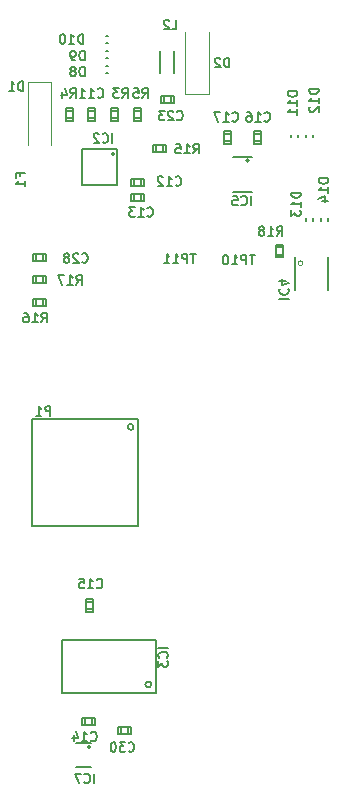
<source format=gbr>
G04 #@! TF.GenerationSoftware,KiCad,Pcbnew,5.1.8+dfsg1-1~bpo10+1*
G04 #@! TF.CreationDate,2021-01-14T22:26:34+01:00*
G04 #@! TF.ProjectId,_autosave-easyhive,5f617574-6f73-4617-9665-2d6561737968,rev?*
G04 #@! TF.SameCoordinates,Original*
G04 #@! TF.FileFunction,Legend,Bot*
G04 #@! TF.FilePolarity,Positive*
%FSLAX46Y46*%
G04 Gerber Fmt 4.6, Leading zero omitted, Abs format (unit mm)*
G04 Created by KiCad (PCBNEW 5.1.8+dfsg1-1~bpo10+1) date 2021-01-14 22:26:34*
%MOMM*%
%LPD*%
G01*
G04 APERTURE LIST*
%ADD10C,0.120000*%
%ADD11C,0.150000*%
%ADD12C,0.127000*%
%ADD13C,0.203200*%
%ADD14C,0.100000*%
%ADD15C,0.152400*%
G04 APERTURE END LIST*
D10*
X136351100Y-75625400D02*
X138351100Y-75625400D01*
X138351100Y-75625400D02*
X138351100Y-80908600D01*
X136351100Y-75625400D02*
X136351100Y-80908600D01*
X151686100Y-76666800D02*
X149686100Y-76666800D01*
X149686100Y-76666800D02*
X149686100Y-71383600D01*
X151686100Y-76666800D02*
X151686100Y-71383600D01*
D11*
X141673774Y-131929008D02*
G75*
G03*
X141673774Y-131929008I-125000J0D01*
G01*
X141740000Y-131603000D02*
X140440000Y-131603000D01*
X140440000Y-133603000D02*
X141740000Y-133603000D01*
X155078300Y-82280200D02*
G75*
G03*
X155078300Y-82280200I-125000J0D01*
G01*
D12*
X153696100Y-84948600D02*
X155296100Y-84948600D01*
X155296100Y-81948600D02*
X153696100Y-81948600D01*
D11*
X145310800Y-104814200D02*
G75*
G03*
X145310800Y-104814200I-250000J0D01*
G01*
D12*
X136700000Y-104175000D02*
X136700000Y-113175000D01*
X136700000Y-113175000D02*
X145700000Y-113175000D01*
X145700000Y-113175000D02*
X145700000Y-104175000D01*
X145700000Y-104175000D02*
X136700000Y-104175000D01*
X157930000Y-89370000D02*
X157330000Y-89370000D01*
X157930000Y-90470000D02*
X157330000Y-90470000D01*
X157330000Y-89370000D02*
X157330000Y-89620000D01*
X157330000Y-89620000D02*
X157330000Y-90220000D01*
X157330000Y-90220000D02*
X157330000Y-90470000D01*
X157930000Y-89370000D02*
X157930000Y-89620000D01*
X157930000Y-89620000D02*
X157930000Y-90220000D01*
X157930000Y-90220000D02*
X157930000Y-90470000D01*
X157930000Y-89620000D02*
X157330000Y-89620000D01*
X157930000Y-90220000D02*
X157330000Y-90220000D01*
X136801100Y-92038600D02*
X136801100Y-92638600D01*
X137901100Y-92038600D02*
X137901100Y-92638600D01*
X136801100Y-92638600D02*
X137051100Y-92638600D01*
X137051100Y-92638600D02*
X137651100Y-92638600D01*
X137651100Y-92638600D02*
X137901100Y-92638600D01*
X136801100Y-92038600D02*
X137051100Y-92038600D01*
X137051100Y-92038600D02*
X137651100Y-92038600D01*
X137651100Y-92038600D02*
X137901100Y-92038600D01*
X137051100Y-92038600D02*
X137051100Y-92638600D01*
X137651100Y-92038600D02*
X137651100Y-92638600D01*
X137901100Y-94543600D02*
X137901100Y-93943600D01*
X136801100Y-94543600D02*
X136801100Y-93943600D01*
X137901100Y-93943600D02*
X137651100Y-93943600D01*
X137651100Y-93943600D02*
X137051100Y-93943600D01*
X137051100Y-93943600D02*
X136801100Y-93943600D01*
X137901100Y-94543600D02*
X137651100Y-94543600D01*
X137651100Y-94543600D02*
X137051100Y-94543600D01*
X137051100Y-94543600D02*
X136801100Y-94543600D01*
X137651100Y-94543600D02*
X137651100Y-93943600D01*
X137051100Y-94543600D02*
X137051100Y-93943600D01*
X148061100Y-81526100D02*
X148061100Y-80926100D01*
X146961100Y-81526100D02*
X146961100Y-80926100D01*
X148061100Y-80926100D02*
X147811100Y-80926100D01*
X147811100Y-80926100D02*
X147211100Y-80926100D01*
X147211100Y-80926100D02*
X146961100Y-80926100D01*
X148061100Y-81526100D02*
X147811100Y-81526100D01*
X147811100Y-81526100D02*
X147211100Y-81526100D01*
X147211100Y-81526100D02*
X146961100Y-81526100D01*
X147811100Y-81526100D02*
X147811100Y-80926100D01*
X147211100Y-81526100D02*
X147211100Y-80926100D01*
X145906100Y-77818600D02*
X145306100Y-77818600D01*
X145906100Y-78918600D02*
X145306100Y-78918600D01*
X145306100Y-77818600D02*
X145306100Y-78068600D01*
X145306100Y-78068600D02*
X145306100Y-78668600D01*
X145306100Y-78668600D02*
X145306100Y-78918600D01*
X145906100Y-77818600D02*
X145906100Y-78068600D01*
X145906100Y-78068600D02*
X145906100Y-78668600D01*
X145906100Y-78668600D02*
X145906100Y-78918600D01*
X145906100Y-78068600D02*
X145306100Y-78068600D01*
X145906100Y-78668600D02*
X145306100Y-78668600D01*
X140191100Y-77818600D02*
X139591100Y-77818600D01*
X140191100Y-78918600D02*
X139591100Y-78918600D01*
X139591100Y-77818600D02*
X139591100Y-78068600D01*
X139591100Y-78068600D02*
X139591100Y-78668600D01*
X139591100Y-78668600D02*
X139591100Y-78918600D01*
X140191100Y-77818600D02*
X140191100Y-78068600D01*
X140191100Y-78068600D02*
X140191100Y-78668600D01*
X140191100Y-78668600D02*
X140191100Y-78918600D01*
X140191100Y-78068600D02*
X139591100Y-78068600D01*
X140191100Y-78668600D02*
X139591100Y-78668600D01*
X144001100Y-77818600D02*
X143401100Y-77818600D01*
X144001100Y-78918600D02*
X143401100Y-78918600D01*
X143401100Y-77818600D02*
X143401100Y-78068600D01*
X143401100Y-78068600D02*
X143401100Y-78668600D01*
X143401100Y-78668600D02*
X143401100Y-78918600D01*
X144001100Y-77818600D02*
X144001100Y-78068600D01*
X144001100Y-78068600D02*
X144001100Y-78668600D01*
X144001100Y-78668600D02*
X144001100Y-78918600D01*
X144001100Y-78068600D02*
X143401100Y-78068600D01*
X144001100Y-78668600D02*
X143401100Y-78668600D01*
D13*
X148746100Y-73023600D02*
X148746100Y-74823600D01*
X147546100Y-74823600D02*
X147546100Y-73023600D01*
X161800000Y-90450000D02*
X161800000Y-93250000D01*
X158950000Y-93250000D02*
X158950000Y-90450000D01*
D14*
X159650000Y-90950000D02*
G75*
G03*
X159650000Y-90950000I-200000J0D01*
G01*
D12*
X147205000Y-122866000D02*
X139255000Y-122866000D01*
X139255000Y-122866000D02*
X139255000Y-127366000D01*
X139255000Y-127366000D02*
X147205000Y-127366000D01*
X147205000Y-127366000D02*
X147205000Y-122866000D01*
X146805000Y-126616000D02*
G75*
G03*
X146805000Y-126616000I-250000J0D01*
G01*
D15*
X143931100Y-81313600D02*
X140931100Y-81313600D01*
X140931100Y-81313600D02*
X140931100Y-84313600D01*
X140931100Y-84313600D02*
X143931100Y-84313600D01*
X143931100Y-84313600D02*
X143931100Y-81313600D01*
X143681100Y-81688600D02*
G75*
G03*
X143681100Y-81688600I-125000J0D01*
G01*
D12*
X161781100Y-87358600D02*
X161781100Y-87158600D01*
X161181100Y-87358600D02*
X161181100Y-87158600D01*
X160511100Y-87358600D02*
X160511100Y-87158600D01*
X159911100Y-87358600D02*
X159911100Y-87158600D01*
X159911100Y-80108600D02*
X159911100Y-80308600D01*
X160511100Y-80108600D02*
X160511100Y-80308600D01*
X158641100Y-80108600D02*
X158641100Y-80308600D01*
X159241100Y-80108600D02*
X159241100Y-80308600D01*
X142966100Y-72318600D02*
X143166100Y-72318600D01*
X142966100Y-71718600D02*
X143166100Y-71718600D01*
X142966100Y-73588600D02*
X143166100Y-73588600D01*
X142966100Y-72988600D02*
X143166100Y-72988600D01*
X142966100Y-74858600D02*
X143166100Y-74858600D01*
X142966100Y-74258600D02*
X143166100Y-74258600D01*
X145068000Y-130856000D02*
X145068000Y-130256000D01*
X143968000Y-130856000D02*
X143968000Y-130256000D01*
X145068000Y-130256000D02*
X144818000Y-130256000D01*
X144818000Y-130256000D02*
X144218000Y-130256000D01*
X144218000Y-130256000D02*
X143968000Y-130256000D01*
X145068000Y-130856000D02*
X144818000Y-130856000D01*
X144818000Y-130856000D02*
X144218000Y-130856000D01*
X144218000Y-130856000D02*
X143968000Y-130856000D01*
X144818000Y-130856000D02*
X144818000Y-130256000D01*
X144218000Y-130856000D02*
X144218000Y-130256000D01*
X137901100Y-90733600D02*
X137901100Y-90133600D01*
X136801100Y-90733600D02*
X136801100Y-90133600D01*
X137901100Y-90133600D02*
X137651100Y-90133600D01*
X137651100Y-90133600D02*
X137051100Y-90133600D01*
X137051100Y-90133600D02*
X136801100Y-90133600D01*
X137901100Y-90733600D02*
X137651100Y-90733600D01*
X137651100Y-90733600D02*
X137051100Y-90733600D01*
X137051100Y-90733600D02*
X136801100Y-90733600D01*
X137651100Y-90733600D02*
X137651100Y-90133600D01*
X137051100Y-90733600D02*
X137051100Y-90133600D01*
X147596100Y-76798600D02*
X147596100Y-77398600D01*
X148696100Y-76798600D02*
X148696100Y-77398600D01*
X147596100Y-77398600D02*
X147846100Y-77398600D01*
X147846100Y-77398600D02*
X148446100Y-77398600D01*
X148446100Y-77398600D02*
X148696100Y-77398600D01*
X147596100Y-76798600D02*
X147846100Y-76798600D01*
X147846100Y-76798600D02*
X148446100Y-76798600D01*
X148446100Y-76798600D02*
X148696100Y-76798600D01*
X147846100Y-76798600D02*
X147846100Y-77398600D01*
X148446100Y-76798600D02*
X148446100Y-77398600D01*
X152926100Y-80823600D02*
X153526100Y-80823600D01*
X152926100Y-79723600D02*
X153526100Y-79723600D01*
X153526100Y-80823600D02*
X153526100Y-80573600D01*
X153526100Y-80573600D02*
X153526100Y-79973600D01*
X153526100Y-79973600D02*
X153526100Y-79723600D01*
X152926100Y-80823600D02*
X152926100Y-80573600D01*
X152926100Y-80573600D02*
X152926100Y-79973600D01*
X152926100Y-79973600D02*
X152926100Y-79723600D01*
X152926100Y-80573600D02*
X153526100Y-80573600D01*
X152926100Y-79973600D02*
X153526100Y-79973600D01*
X155466100Y-80823600D02*
X156066100Y-80823600D01*
X155466100Y-79723600D02*
X156066100Y-79723600D01*
X156066100Y-80823600D02*
X156066100Y-80573600D01*
X156066100Y-80573600D02*
X156066100Y-79973600D01*
X156066100Y-79973600D02*
X156066100Y-79723600D01*
X155466100Y-80823600D02*
X155466100Y-80573600D01*
X155466100Y-80573600D02*
X155466100Y-79973600D01*
X155466100Y-79973600D02*
X155466100Y-79723600D01*
X155466100Y-80573600D02*
X156066100Y-80573600D01*
X155466100Y-79973600D02*
X156066100Y-79973600D01*
X141305000Y-120446000D02*
X141905000Y-120446000D01*
X141305000Y-119346000D02*
X141905000Y-119346000D01*
X141905000Y-120446000D02*
X141905000Y-120196000D01*
X141905000Y-120196000D02*
X141905000Y-119596000D01*
X141905000Y-119596000D02*
X141905000Y-119346000D01*
X141305000Y-120446000D02*
X141305000Y-120196000D01*
X141305000Y-120196000D02*
X141305000Y-119596000D01*
X141305000Y-119596000D02*
X141305000Y-119346000D01*
X141305000Y-120196000D02*
X141905000Y-120196000D01*
X141305000Y-119596000D02*
X141905000Y-119596000D01*
X142045400Y-130043200D02*
X142045400Y-129443200D01*
X140945400Y-130043200D02*
X140945400Y-129443200D01*
X142045400Y-129443200D02*
X141795400Y-129443200D01*
X141795400Y-129443200D02*
X141195400Y-129443200D01*
X141195400Y-129443200D02*
X140945400Y-129443200D01*
X142045400Y-130043200D02*
X141795400Y-130043200D01*
X141795400Y-130043200D02*
X141195400Y-130043200D01*
X141195400Y-130043200D02*
X140945400Y-130043200D01*
X141795400Y-130043200D02*
X141795400Y-129443200D01*
X141195400Y-130043200D02*
X141195400Y-129443200D01*
X145056100Y-85053600D02*
X145056100Y-85653600D01*
X146156100Y-85053600D02*
X146156100Y-85653600D01*
X145056100Y-85653600D02*
X145306100Y-85653600D01*
X145306100Y-85653600D02*
X145906100Y-85653600D01*
X145906100Y-85653600D02*
X146156100Y-85653600D01*
X145056100Y-85053600D02*
X145306100Y-85053600D01*
X145306100Y-85053600D02*
X145906100Y-85053600D01*
X145906100Y-85053600D02*
X146156100Y-85053600D01*
X145306100Y-85053600D02*
X145306100Y-85653600D01*
X145906100Y-85053600D02*
X145906100Y-85653600D01*
X145056100Y-83783600D02*
X145056100Y-84383600D01*
X146156100Y-83783600D02*
X146156100Y-84383600D01*
X145056100Y-84383600D02*
X145306100Y-84383600D01*
X145306100Y-84383600D02*
X145906100Y-84383600D01*
X145906100Y-84383600D02*
X146156100Y-84383600D01*
X145056100Y-83783600D02*
X145306100Y-83783600D01*
X145306100Y-83783600D02*
X145906100Y-83783600D01*
X145906100Y-83783600D02*
X146156100Y-83783600D01*
X145306100Y-83783600D02*
X145306100Y-84383600D01*
X145906100Y-83783600D02*
X145906100Y-84383600D01*
X141450000Y-78900000D02*
X142050000Y-78900000D01*
X141450000Y-77800000D02*
X142050000Y-77800000D01*
X142050000Y-78900000D02*
X142050000Y-78650000D01*
X142050000Y-78650000D02*
X142050000Y-78050000D01*
X142050000Y-78050000D02*
X142050000Y-77800000D01*
X141450000Y-78900000D02*
X141450000Y-78650000D01*
X141450000Y-78650000D02*
X141450000Y-78050000D01*
X141450000Y-78050000D02*
X141450000Y-77800000D01*
X141450000Y-78650000D02*
X142050000Y-78650000D01*
X141450000Y-78050000D02*
X142050000Y-78050000D01*
D11*
X135968928Y-76361904D02*
X135968928Y-75561904D01*
X135778452Y-75561904D01*
X135664166Y-75600000D01*
X135587976Y-75676190D01*
X135549880Y-75752380D01*
X135511785Y-75904761D01*
X135511785Y-76019047D01*
X135549880Y-76171428D01*
X135587976Y-76247619D01*
X135664166Y-76323809D01*
X135778452Y-76361904D01*
X135968928Y-76361904D01*
X134749880Y-76361904D02*
X135207023Y-76361904D01*
X134978452Y-76361904D02*
X134978452Y-75561904D01*
X135054642Y-75676190D01*
X135130833Y-75752380D01*
X135207023Y-75790476D01*
X153412023Y-74361904D02*
X153412023Y-73561904D01*
X153221547Y-73561904D01*
X153107261Y-73600000D01*
X153031071Y-73676190D01*
X152992976Y-73752380D01*
X152954880Y-73904761D01*
X152954880Y-74019047D01*
X152992976Y-74171428D01*
X153031071Y-74247619D01*
X153107261Y-74323809D01*
X153221547Y-74361904D01*
X153412023Y-74361904D01*
X152650119Y-73638095D02*
X152612023Y-73600000D01*
X152535833Y-73561904D01*
X152345357Y-73561904D01*
X152269166Y-73600000D01*
X152231071Y-73638095D01*
X152192976Y-73714285D01*
X152192976Y-73790476D01*
X152231071Y-73904761D01*
X152688214Y-74361904D01*
X152192976Y-74361904D01*
X141980952Y-134961904D02*
X141980952Y-134161904D01*
X141142857Y-134885714D02*
X141180952Y-134923809D01*
X141295238Y-134961904D01*
X141371428Y-134961904D01*
X141485714Y-134923809D01*
X141561904Y-134847619D01*
X141600000Y-134771428D01*
X141638095Y-134619047D01*
X141638095Y-134504761D01*
X141600000Y-134352380D01*
X141561904Y-134276190D01*
X141485714Y-134200000D01*
X141371428Y-134161904D01*
X141295238Y-134161904D01*
X141180952Y-134200000D01*
X141142857Y-134238095D01*
X140876190Y-134161904D02*
X140342857Y-134161904D01*
X140685714Y-134961904D01*
X155249880Y-86061904D02*
X155249880Y-85261904D01*
X154411785Y-85985714D02*
X154449880Y-86023809D01*
X154564166Y-86061904D01*
X154640357Y-86061904D01*
X154754642Y-86023809D01*
X154830833Y-85947619D01*
X154868928Y-85871428D01*
X154907023Y-85719047D01*
X154907023Y-85604761D01*
X154868928Y-85452380D01*
X154830833Y-85376190D01*
X154754642Y-85300000D01*
X154640357Y-85261904D01*
X154564166Y-85261904D01*
X154449880Y-85300000D01*
X154411785Y-85338095D01*
X153687976Y-85261904D02*
X154068928Y-85261904D01*
X154107023Y-85642857D01*
X154068928Y-85604761D01*
X153992738Y-85566666D01*
X153802261Y-85566666D01*
X153726071Y-85604761D01*
X153687976Y-85642857D01*
X153649880Y-85719047D01*
X153649880Y-85909523D01*
X153687976Y-85985714D01*
X153726071Y-86023809D01*
X153802261Y-86061904D01*
X153992738Y-86061904D01*
X154068928Y-86023809D01*
X154107023Y-85985714D01*
X138268928Y-103861904D02*
X138268928Y-103061904D01*
X137964166Y-103061904D01*
X137887976Y-103100000D01*
X137849880Y-103138095D01*
X137811785Y-103214285D01*
X137811785Y-103328571D01*
X137849880Y-103404761D01*
X137887976Y-103442857D01*
X137964166Y-103480952D01*
X138268928Y-103480952D01*
X137049880Y-103861904D02*
X137507023Y-103861904D01*
X137278452Y-103861904D02*
X137278452Y-103061904D01*
X137354642Y-103176190D01*
X137430833Y-103252380D01*
X137507023Y-103290476D01*
X150576309Y-90161904D02*
X150119166Y-90161904D01*
X150347738Y-90961904D02*
X150347738Y-90161904D01*
X149852500Y-90961904D02*
X149852500Y-90161904D01*
X149547738Y-90161904D01*
X149471547Y-90200000D01*
X149433452Y-90238095D01*
X149395357Y-90314285D01*
X149395357Y-90428571D01*
X149433452Y-90504761D01*
X149471547Y-90542857D01*
X149547738Y-90580952D01*
X149852500Y-90580952D01*
X148633452Y-90961904D02*
X149090595Y-90961904D01*
X148862023Y-90961904D02*
X148862023Y-90161904D01*
X148938214Y-90276190D01*
X149014404Y-90352380D01*
X149090595Y-90390476D01*
X147871547Y-90961904D02*
X148328690Y-90961904D01*
X148100119Y-90961904D02*
X148100119Y-90161904D01*
X148176309Y-90276190D01*
X148252500Y-90352380D01*
X148328690Y-90390476D01*
X155576509Y-90261804D02*
X155119366Y-90261804D01*
X155347938Y-91061804D02*
X155347938Y-90261804D01*
X154852700Y-91061804D02*
X154852700Y-90261804D01*
X154547938Y-90261804D01*
X154471747Y-90299900D01*
X154433652Y-90337995D01*
X154395557Y-90414185D01*
X154395557Y-90528471D01*
X154433652Y-90604661D01*
X154471747Y-90642757D01*
X154547938Y-90680852D01*
X154852700Y-90680852D01*
X153633652Y-91061804D02*
X154090795Y-91061804D01*
X153862223Y-91061804D02*
X153862223Y-90261804D01*
X153938414Y-90376090D01*
X154014604Y-90452280D01*
X154090795Y-90490376D01*
X153138414Y-90261804D02*
X153062223Y-90261804D01*
X152986033Y-90299900D01*
X152947938Y-90337995D01*
X152909842Y-90414185D01*
X152871747Y-90566566D01*
X152871747Y-90757042D01*
X152909842Y-90909423D01*
X152947938Y-90985614D01*
X152986033Y-91023709D01*
X153062223Y-91061804D01*
X153138414Y-91061804D01*
X153214604Y-91023709D01*
X153252700Y-90985614D01*
X153290795Y-90909423D01*
X153328890Y-90757042D01*
X153328890Y-90566566D01*
X153290795Y-90414185D01*
X153252700Y-90337995D01*
X153214604Y-90299900D01*
X153138414Y-90261804D01*
X157434880Y-88631904D02*
X157701547Y-88250952D01*
X157892023Y-88631904D02*
X157892023Y-87831904D01*
X157587261Y-87831904D01*
X157511071Y-87870000D01*
X157472976Y-87908095D01*
X157434880Y-87984285D01*
X157434880Y-88098571D01*
X157472976Y-88174761D01*
X157511071Y-88212857D01*
X157587261Y-88250952D01*
X157892023Y-88250952D01*
X156672976Y-88631904D02*
X157130119Y-88631904D01*
X156901547Y-88631904D02*
X156901547Y-87831904D01*
X156977738Y-87946190D01*
X157053928Y-88022380D01*
X157130119Y-88060476D01*
X156215833Y-88174761D02*
X156292023Y-88136666D01*
X156330119Y-88098571D01*
X156368214Y-88022380D01*
X156368214Y-87984285D01*
X156330119Y-87908095D01*
X156292023Y-87870000D01*
X156215833Y-87831904D01*
X156063452Y-87831904D01*
X155987261Y-87870000D01*
X155949166Y-87908095D01*
X155911071Y-87984285D01*
X155911071Y-88022380D01*
X155949166Y-88098571D01*
X155987261Y-88136666D01*
X156063452Y-88174761D01*
X156215833Y-88174761D01*
X156292023Y-88212857D01*
X156330119Y-88250952D01*
X156368214Y-88327142D01*
X156368214Y-88479523D01*
X156330119Y-88555714D01*
X156292023Y-88593809D01*
X156215833Y-88631904D01*
X156063452Y-88631904D01*
X155987261Y-88593809D01*
X155949166Y-88555714D01*
X155911071Y-88479523D01*
X155911071Y-88327142D01*
X155949166Y-88250952D01*
X155987261Y-88212857D01*
X156063452Y-88174761D01*
X140454880Y-92761904D02*
X140721547Y-92380952D01*
X140912023Y-92761904D02*
X140912023Y-91961904D01*
X140607261Y-91961904D01*
X140531071Y-92000000D01*
X140492976Y-92038095D01*
X140454880Y-92114285D01*
X140454880Y-92228571D01*
X140492976Y-92304761D01*
X140531071Y-92342857D01*
X140607261Y-92380952D01*
X140912023Y-92380952D01*
X139692976Y-92761904D02*
X140150119Y-92761904D01*
X139921547Y-92761904D02*
X139921547Y-91961904D01*
X139997738Y-92076190D01*
X140073928Y-92152380D01*
X140150119Y-92190476D01*
X139426309Y-91961904D02*
X138892976Y-91961904D01*
X139235833Y-92761904D01*
X137473690Y-95961904D02*
X137740357Y-95580952D01*
X137930833Y-95961904D02*
X137930833Y-95161904D01*
X137626071Y-95161904D01*
X137549880Y-95200000D01*
X137511785Y-95238095D01*
X137473690Y-95314285D01*
X137473690Y-95428571D01*
X137511785Y-95504761D01*
X137549880Y-95542857D01*
X137626071Y-95580952D01*
X137930833Y-95580952D01*
X136711785Y-95961904D02*
X137168928Y-95961904D01*
X136940357Y-95961904D02*
X136940357Y-95161904D01*
X137016547Y-95276190D01*
X137092738Y-95352380D01*
X137168928Y-95390476D01*
X136026071Y-95161904D02*
X136178452Y-95161904D01*
X136254642Y-95200000D01*
X136292738Y-95238095D01*
X136368928Y-95352380D01*
X136407023Y-95504761D01*
X136407023Y-95809523D01*
X136368928Y-95885714D01*
X136330833Y-95923809D01*
X136254642Y-95961904D01*
X136102261Y-95961904D01*
X136026071Y-95923809D01*
X135987976Y-95885714D01*
X135949880Y-95809523D01*
X135949880Y-95619047D01*
X135987976Y-95542857D01*
X136026071Y-95504761D01*
X136102261Y-95466666D01*
X136254642Y-95466666D01*
X136330833Y-95504761D01*
X136368928Y-95542857D01*
X136407023Y-95619047D01*
X150373690Y-81661904D02*
X150640357Y-81280952D01*
X150830833Y-81661904D02*
X150830833Y-80861904D01*
X150526071Y-80861904D01*
X150449880Y-80900000D01*
X150411785Y-80938095D01*
X150373690Y-81014285D01*
X150373690Y-81128571D01*
X150411785Y-81204761D01*
X150449880Y-81242857D01*
X150526071Y-81280952D01*
X150830833Y-81280952D01*
X149611785Y-81661904D02*
X150068928Y-81661904D01*
X149840357Y-81661904D02*
X149840357Y-80861904D01*
X149916547Y-80976190D01*
X149992738Y-81052380D01*
X150068928Y-81090476D01*
X148887976Y-80861904D02*
X149268928Y-80861904D01*
X149307023Y-81242857D01*
X149268928Y-81204761D01*
X149192738Y-81166666D01*
X149002261Y-81166666D01*
X148926071Y-81204761D01*
X148887976Y-81242857D01*
X148849880Y-81319047D01*
X148849880Y-81509523D01*
X148887976Y-81585714D01*
X148926071Y-81623809D01*
X149002261Y-81661904D01*
X149192738Y-81661904D01*
X149268928Y-81623809D01*
X149307023Y-81585714D01*
X146054880Y-76961904D02*
X146321547Y-76580952D01*
X146512023Y-76961904D02*
X146512023Y-76161904D01*
X146207261Y-76161904D01*
X146131071Y-76200000D01*
X146092976Y-76238095D01*
X146054880Y-76314285D01*
X146054880Y-76428571D01*
X146092976Y-76504761D01*
X146131071Y-76542857D01*
X146207261Y-76580952D01*
X146512023Y-76580952D01*
X145331071Y-76161904D02*
X145712023Y-76161904D01*
X145750119Y-76542857D01*
X145712023Y-76504761D01*
X145635833Y-76466666D01*
X145445357Y-76466666D01*
X145369166Y-76504761D01*
X145331071Y-76542857D01*
X145292976Y-76619047D01*
X145292976Y-76809523D01*
X145331071Y-76885714D01*
X145369166Y-76923809D01*
X145445357Y-76961904D01*
X145635833Y-76961904D01*
X145712023Y-76923809D01*
X145750119Y-76885714D01*
X139954880Y-76961904D02*
X140221547Y-76580952D01*
X140412023Y-76961904D02*
X140412023Y-76161904D01*
X140107261Y-76161904D01*
X140031071Y-76200000D01*
X139992976Y-76238095D01*
X139954880Y-76314285D01*
X139954880Y-76428571D01*
X139992976Y-76504761D01*
X140031071Y-76542857D01*
X140107261Y-76580952D01*
X140412023Y-76580952D01*
X139269166Y-76428571D02*
X139269166Y-76961904D01*
X139459642Y-76123809D02*
X139650119Y-76695238D01*
X139154880Y-76695238D01*
X144354880Y-76961904D02*
X144621547Y-76580952D01*
X144812023Y-76961904D02*
X144812023Y-76161904D01*
X144507261Y-76161904D01*
X144431071Y-76200000D01*
X144392976Y-76238095D01*
X144354880Y-76314285D01*
X144354880Y-76428571D01*
X144392976Y-76504761D01*
X144431071Y-76542857D01*
X144507261Y-76580952D01*
X144812023Y-76580952D01*
X144088214Y-76161904D02*
X143592976Y-76161904D01*
X143859642Y-76466666D01*
X143745357Y-76466666D01*
X143669166Y-76504761D01*
X143631071Y-76542857D01*
X143592976Y-76619047D01*
X143592976Y-76809523D01*
X143631071Y-76885714D01*
X143669166Y-76923809D01*
X143745357Y-76961904D01*
X143973928Y-76961904D01*
X144050119Y-76923809D01*
X144088214Y-76885714D01*
X148535595Y-71161904D02*
X148916547Y-71161904D01*
X148916547Y-70361904D01*
X148307023Y-70438095D02*
X148268928Y-70400000D01*
X148192738Y-70361904D01*
X148002261Y-70361904D01*
X147926071Y-70400000D01*
X147887976Y-70438095D01*
X147849880Y-70514285D01*
X147849880Y-70590476D01*
X147887976Y-70704761D01*
X148345119Y-71161904D01*
X147849880Y-71161904D01*
X157638095Y-93949880D02*
X158438095Y-93949880D01*
X157714285Y-93111785D02*
X157676190Y-93149880D01*
X157638095Y-93264166D01*
X157638095Y-93340357D01*
X157676190Y-93454642D01*
X157752380Y-93530833D01*
X157828571Y-93568928D01*
X157980952Y-93607023D01*
X158095238Y-93607023D01*
X158247619Y-93568928D01*
X158323809Y-93530833D01*
X158400000Y-93454642D01*
X158438095Y-93340357D01*
X158438095Y-93264166D01*
X158400000Y-93149880D01*
X158361904Y-93111785D01*
X158171428Y-92426071D02*
X157638095Y-92426071D01*
X158476190Y-92616547D02*
X157904761Y-92807023D01*
X157904761Y-92311785D01*
X148211904Y-123500119D02*
X147411904Y-123500119D01*
X148135714Y-124338214D02*
X148173809Y-124300119D01*
X148211904Y-124185833D01*
X148211904Y-124109642D01*
X148173809Y-123995357D01*
X148097619Y-123919166D01*
X148021428Y-123881071D01*
X147869047Y-123842976D01*
X147754761Y-123842976D01*
X147602380Y-123881071D01*
X147526190Y-123919166D01*
X147450000Y-123995357D01*
X147411904Y-124109642D01*
X147411904Y-124185833D01*
X147450000Y-124300119D01*
X147488095Y-124338214D01*
X147411904Y-124604880D02*
X147411904Y-125100119D01*
X147716666Y-124833452D01*
X147716666Y-124947738D01*
X147754761Y-125023928D01*
X147792857Y-125062023D01*
X147869047Y-125100119D01*
X148059523Y-125100119D01*
X148135714Y-125062023D01*
X148173809Y-125023928D01*
X148211904Y-124947738D01*
X148211904Y-124719166D01*
X148173809Y-124642976D01*
X148135714Y-124604880D01*
X143512023Y-80761904D02*
X143512023Y-79961904D01*
X142673928Y-80685714D02*
X142712023Y-80723809D01*
X142826309Y-80761904D01*
X142902500Y-80761904D01*
X143016785Y-80723809D01*
X143092976Y-80647619D01*
X143131071Y-80571428D01*
X143169166Y-80419047D01*
X143169166Y-80304761D01*
X143131071Y-80152380D01*
X143092976Y-80076190D01*
X143016785Y-80000000D01*
X142902500Y-79961904D01*
X142826309Y-79961904D01*
X142712023Y-80000000D01*
X142673928Y-80038095D01*
X142369166Y-80038095D02*
X142331071Y-80000000D01*
X142254880Y-79961904D01*
X142064404Y-79961904D01*
X141988214Y-80000000D01*
X141950119Y-80038095D01*
X141912023Y-80114285D01*
X141912023Y-80190476D01*
X141950119Y-80304761D01*
X142407261Y-80761904D01*
X141912023Y-80761904D01*
X135692857Y-83604642D02*
X135692857Y-83337976D01*
X136111904Y-83337976D02*
X135311904Y-83337976D01*
X135311904Y-83718928D01*
X136111904Y-84442738D02*
X136111904Y-83985595D01*
X136111904Y-84214166D02*
X135311904Y-84214166D01*
X135426190Y-84137976D01*
X135502380Y-84061785D01*
X135540476Y-83985595D01*
X161761904Y-83769166D02*
X160961904Y-83769166D01*
X160961904Y-83959642D01*
X161000000Y-84073928D01*
X161076190Y-84150119D01*
X161152380Y-84188214D01*
X161304761Y-84226309D01*
X161419047Y-84226309D01*
X161571428Y-84188214D01*
X161647619Y-84150119D01*
X161723809Y-84073928D01*
X161761904Y-83959642D01*
X161761904Y-83769166D01*
X161761904Y-84988214D02*
X161761904Y-84531071D01*
X161761904Y-84759642D02*
X160961904Y-84759642D01*
X161076190Y-84683452D01*
X161152380Y-84607261D01*
X161190476Y-84531071D01*
X161228571Y-85673928D02*
X161761904Y-85673928D01*
X160923809Y-85483452D02*
X161495238Y-85292976D01*
X161495238Y-85788214D01*
X159461904Y-84969166D02*
X158661904Y-84969166D01*
X158661904Y-85159642D01*
X158700000Y-85273928D01*
X158776190Y-85350119D01*
X158852380Y-85388214D01*
X159004761Y-85426309D01*
X159119047Y-85426309D01*
X159271428Y-85388214D01*
X159347619Y-85350119D01*
X159423809Y-85273928D01*
X159461904Y-85159642D01*
X159461904Y-84969166D01*
X159461904Y-86188214D02*
X159461904Y-85731071D01*
X159461904Y-85959642D02*
X158661904Y-85959642D01*
X158776190Y-85883452D01*
X158852380Y-85807261D01*
X158890476Y-85731071D01*
X158661904Y-86454880D02*
X158661904Y-86950119D01*
X158966666Y-86683452D01*
X158966666Y-86797738D01*
X159004761Y-86873928D01*
X159042857Y-86912023D01*
X159119047Y-86950119D01*
X159309523Y-86950119D01*
X159385714Y-86912023D01*
X159423809Y-86873928D01*
X159461904Y-86797738D01*
X159461904Y-86569166D01*
X159423809Y-86492976D01*
X159385714Y-86454880D01*
X160961904Y-76187976D02*
X160161904Y-76187976D01*
X160161904Y-76378452D01*
X160200000Y-76492738D01*
X160276190Y-76568928D01*
X160352380Y-76607023D01*
X160504761Y-76645119D01*
X160619047Y-76645119D01*
X160771428Y-76607023D01*
X160847619Y-76568928D01*
X160923809Y-76492738D01*
X160961904Y-76378452D01*
X160961904Y-76187976D01*
X160961904Y-77407023D02*
X160961904Y-76949880D01*
X160961904Y-77178452D02*
X160161904Y-77178452D01*
X160276190Y-77102261D01*
X160352380Y-77026071D01*
X160390476Y-76949880D01*
X160238095Y-77711785D02*
X160200000Y-77749880D01*
X160161904Y-77826071D01*
X160161904Y-78016547D01*
X160200000Y-78092738D01*
X160238095Y-78130833D01*
X160314285Y-78168928D01*
X160390476Y-78168928D01*
X160504761Y-78130833D01*
X160961904Y-77673690D01*
X160961904Y-78168928D01*
X159161904Y-76387976D02*
X158361904Y-76387976D01*
X158361904Y-76578452D01*
X158400000Y-76692738D01*
X158476190Y-76768928D01*
X158552380Y-76807023D01*
X158704761Y-76845119D01*
X158819047Y-76845119D01*
X158971428Y-76807023D01*
X159047619Y-76768928D01*
X159123809Y-76692738D01*
X159161904Y-76578452D01*
X159161904Y-76387976D01*
X159161904Y-77607023D02*
X159161904Y-77149880D01*
X159161904Y-77378452D02*
X158361904Y-77378452D01*
X158476190Y-77302261D01*
X158552380Y-77226071D01*
X158590476Y-77149880D01*
X159161904Y-78368928D02*
X159161904Y-77911785D01*
X159161904Y-78140357D02*
X158361904Y-78140357D01*
X158476190Y-78064166D01*
X158552380Y-77987976D01*
X158590476Y-77911785D01*
X141030833Y-72361904D02*
X141030833Y-71561904D01*
X140840357Y-71561904D01*
X140726071Y-71600000D01*
X140649880Y-71676190D01*
X140611785Y-71752380D01*
X140573690Y-71904761D01*
X140573690Y-72019047D01*
X140611785Y-72171428D01*
X140649880Y-72247619D01*
X140726071Y-72323809D01*
X140840357Y-72361904D01*
X141030833Y-72361904D01*
X139811785Y-72361904D02*
X140268928Y-72361904D01*
X140040357Y-72361904D02*
X140040357Y-71561904D01*
X140116547Y-71676190D01*
X140192738Y-71752380D01*
X140268928Y-71790476D01*
X139316547Y-71561904D02*
X139240357Y-71561904D01*
X139164166Y-71600000D01*
X139126071Y-71638095D01*
X139087976Y-71714285D01*
X139049880Y-71866666D01*
X139049880Y-72057142D01*
X139087976Y-72209523D01*
X139126071Y-72285714D01*
X139164166Y-72323809D01*
X139240357Y-72361904D01*
X139316547Y-72361904D01*
X139392738Y-72323809D01*
X139430833Y-72285714D01*
X139468928Y-72209523D01*
X139507023Y-72057142D01*
X139507023Y-71866666D01*
X139468928Y-71714285D01*
X139430833Y-71638095D01*
X139392738Y-71600000D01*
X139316547Y-71561904D01*
X141168928Y-73761904D02*
X141168928Y-72961904D01*
X140978452Y-72961904D01*
X140864166Y-73000000D01*
X140787976Y-73076190D01*
X140749880Y-73152380D01*
X140711785Y-73304761D01*
X140711785Y-73419047D01*
X140749880Y-73571428D01*
X140787976Y-73647619D01*
X140864166Y-73723809D01*
X140978452Y-73761904D01*
X141168928Y-73761904D01*
X140330833Y-73761904D02*
X140178452Y-73761904D01*
X140102261Y-73723809D01*
X140064166Y-73685714D01*
X139987976Y-73571428D01*
X139949880Y-73419047D01*
X139949880Y-73114285D01*
X139987976Y-73038095D01*
X140026071Y-73000000D01*
X140102261Y-72961904D01*
X140254642Y-72961904D01*
X140330833Y-73000000D01*
X140368928Y-73038095D01*
X140407023Y-73114285D01*
X140407023Y-73304761D01*
X140368928Y-73380952D01*
X140330833Y-73419047D01*
X140254642Y-73457142D01*
X140102261Y-73457142D01*
X140026071Y-73419047D01*
X139987976Y-73380952D01*
X139949880Y-73304761D01*
X141168928Y-75120504D02*
X141168928Y-74320504D01*
X140978452Y-74320504D01*
X140864166Y-74358600D01*
X140787976Y-74434790D01*
X140749880Y-74510980D01*
X140711785Y-74663361D01*
X140711785Y-74777647D01*
X140749880Y-74930028D01*
X140787976Y-75006219D01*
X140864166Y-75082409D01*
X140978452Y-75120504D01*
X141168928Y-75120504D01*
X140254642Y-74663361D02*
X140330833Y-74625266D01*
X140368928Y-74587171D01*
X140407023Y-74510980D01*
X140407023Y-74472885D01*
X140368928Y-74396695D01*
X140330833Y-74358600D01*
X140254642Y-74320504D01*
X140102261Y-74320504D01*
X140026071Y-74358600D01*
X139987976Y-74396695D01*
X139949880Y-74472885D01*
X139949880Y-74510980D01*
X139987976Y-74587171D01*
X140026071Y-74625266D01*
X140102261Y-74663361D01*
X140254642Y-74663361D01*
X140330833Y-74701457D01*
X140368928Y-74739552D01*
X140407023Y-74815742D01*
X140407023Y-74968123D01*
X140368928Y-75044314D01*
X140330833Y-75082409D01*
X140254642Y-75120504D01*
X140102261Y-75120504D01*
X140026071Y-75082409D01*
X139987976Y-75044314D01*
X139949880Y-74968123D01*
X139949880Y-74815742D01*
X139987976Y-74739552D01*
X140026071Y-74701457D01*
X140102261Y-74663361D01*
X144873690Y-132235714D02*
X144911785Y-132273809D01*
X145026071Y-132311904D01*
X145102261Y-132311904D01*
X145216547Y-132273809D01*
X145292738Y-132197619D01*
X145330833Y-132121428D01*
X145368928Y-131969047D01*
X145368928Y-131854761D01*
X145330833Y-131702380D01*
X145292738Y-131626190D01*
X145216547Y-131550000D01*
X145102261Y-131511904D01*
X145026071Y-131511904D01*
X144911785Y-131550000D01*
X144873690Y-131588095D01*
X144607023Y-131511904D02*
X144111785Y-131511904D01*
X144378452Y-131816666D01*
X144264166Y-131816666D01*
X144187976Y-131854761D01*
X144149880Y-131892857D01*
X144111785Y-131969047D01*
X144111785Y-132159523D01*
X144149880Y-132235714D01*
X144187976Y-132273809D01*
X144264166Y-132311904D01*
X144492738Y-132311904D01*
X144568928Y-132273809D01*
X144607023Y-132235714D01*
X143616547Y-131511904D02*
X143540357Y-131511904D01*
X143464166Y-131550000D01*
X143426071Y-131588095D01*
X143387976Y-131664285D01*
X143349880Y-131816666D01*
X143349880Y-132007142D01*
X143387976Y-132159523D01*
X143426071Y-132235714D01*
X143464166Y-132273809D01*
X143540357Y-132311904D01*
X143616547Y-132311904D01*
X143692738Y-132273809D01*
X143730833Y-132235714D01*
X143768928Y-132159523D01*
X143807023Y-132007142D01*
X143807023Y-131816666D01*
X143768928Y-131664285D01*
X143730833Y-131588095D01*
X143692738Y-131550000D01*
X143616547Y-131511904D01*
X140923690Y-90835714D02*
X140961785Y-90873809D01*
X141076071Y-90911904D01*
X141152261Y-90911904D01*
X141266547Y-90873809D01*
X141342738Y-90797619D01*
X141380833Y-90721428D01*
X141418928Y-90569047D01*
X141418928Y-90454761D01*
X141380833Y-90302380D01*
X141342738Y-90226190D01*
X141266547Y-90150000D01*
X141152261Y-90111904D01*
X141076071Y-90111904D01*
X140961785Y-90150000D01*
X140923690Y-90188095D01*
X140618928Y-90188095D02*
X140580833Y-90150000D01*
X140504642Y-90111904D01*
X140314166Y-90111904D01*
X140237976Y-90150000D01*
X140199880Y-90188095D01*
X140161785Y-90264285D01*
X140161785Y-90340476D01*
X140199880Y-90454761D01*
X140657023Y-90911904D01*
X140161785Y-90911904D01*
X139704642Y-90454761D02*
X139780833Y-90416666D01*
X139818928Y-90378571D01*
X139857023Y-90302380D01*
X139857023Y-90264285D01*
X139818928Y-90188095D01*
X139780833Y-90150000D01*
X139704642Y-90111904D01*
X139552261Y-90111904D01*
X139476071Y-90150000D01*
X139437976Y-90188095D01*
X139399880Y-90264285D01*
X139399880Y-90302380D01*
X139437976Y-90378571D01*
X139476071Y-90416666D01*
X139552261Y-90454761D01*
X139704642Y-90454761D01*
X139780833Y-90492857D01*
X139818928Y-90530952D01*
X139857023Y-90607142D01*
X139857023Y-90759523D01*
X139818928Y-90835714D01*
X139780833Y-90873809D01*
X139704642Y-90911904D01*
X139552261Y-90911904D01*
X139476071Y-90873809D01*
X139437976Y-90835714D01*
X139399880Y-90759523D01*
X139399880Y-90607142D01*
X139437976Y-90530952D01*
X139476071Y-90492857D01*
X139552261Y-90454761D01*
X148954880Y-78785714D02*
X148992976Y-78823809D01*
X149107261Y-78861904D01*
X149183452Y-78861904D01*
X149297738Y-78823809D01*
X149373928Y-78747619D01*
X149412023Y-78671428D01*
X149450119Y-78519047D01*
X149450119Y-78404761D01*
X149412023Y-78252380D01*
X149373928Y-78176190D01*
X149297738Y-78100000D01*
X149183452Y-78061904D01*
X149107261Y-78061904D01*
X148992976Y-78100000D01*
X148954880Y-78138095D01*
X148650119Y-78138095D02*
X148612023Y-78100000D01*
X148535833Y-78061904D01*
X148345357Y-78061904D01*
X148269166Y-78100000D01*
X148231071Y-78138095D01*
X148192976Y-78214285D01*
X148192976Y-78290476D01*
X148231071Y-78404761D01*
X148688214Y-78861904D01*
X148192976Y-78861904D01*
X147926309Y-78061904D02*
X147431071Y-78061904D01*
X147697738Y-78366666D01*
X147583452Y-78366666D01*
X147507261Y-78404761D01*
X147469166Y-78442857D01*
X147431071Y-78519047D01*
X147431071Y-78709523D01*
X147469166Y-78785714D01*
X147507261Y-78823809D01*
X147583452Y-78861904D01*
X147812023Y-78861904D01*
X147888214Y-78823809D01*
X147926309Y-78785714D01*
X153673690Y-78885714D02*
X153711785Y-78923809D01*
X153826071Y-78961904D01*
X153902261Y-78961904D01*
X154016547Y-78923809D01*
X154092738Y-78847619D01*
X154130833Y-78771428D01*
X154168928Y-78619047D01*
X154168928Y-78504761D01*
X154130833Y-78352380D01*
X154092738Y-78276190D01*
X154016547Y-78200000D01*
X153902261Y-78161904D01*
X153826071Y-78161904D01*
X153711785Y-78200000D01*
X153673690Y-78238095D01*
X152911785Y-78961904D02*
X153368928Y-78961904D01*
X153140357Y-78961904D02*
X153140357Y-78161904D01*
X153216547Y-78276190D01*
X153292738Y-78352380D01*
X153368928Y-78390476D01*
X152645119Y-78161904D02*
X152111785Y-78161904D01*
X152454642Y-78961904D01*
X156373690Y-78885714D02*
X156411785Y-78923809D01*
X156526071Y-78961904D01*
X156602261Y-78961904D01*
X156716547Y-78923809D01*
X156792738Y-78847619D01*
X156830833Y-78771428D01*
X156868928Y-78619047D01*
X156868928Y-78504761D01*
X156830833Y-78352380D01*
X156792738Y-78276190D01*
X156716547Y-78200000D01*
X156602261Y-78161904D01*
X156526071Y-78161904D01*
X156411785Y-78200000D01*
X156373690Y-78238095D01*
X155611785Y-78961904D02*
X156068928Y-78961904D01*
X155840357Y-78961904D02*
X155840357Y-78161904D01*
X155916547Y-78276190D01*
X155992738Y-78352380D01*
X156068928Y-78390476D01*
X154926071Y-78161904D02*
X155078452Y-78161904D01*
X155154642Y-78200000D01*
X155192738Y-78238095D01*
X155268928Y-78352380D01*
X155307023Y-78504761D01*
X155307023Y-78809523D01*
X155268928Y-78885714D01*
X155230833Y-78923809D01*
X155154642Y-78961904D01*
X155002261Y-78961904D01*
X154926071Y-78923809D01*
X154887976Y-78885714D01*
X154849880Y-78809523D01*
X154849880Y-78619047D01*
X154887976Y-78542857D01*
X154926071Y-78504761D01*
X155002261Y-78466666D01*
X155154642Y-78466666D01*
X155230833Y-78504761D01*
X155268928Y-78542857D01*
X155307023Y-78619047D01*
X142173690Y-118385714D02*
X142211785Y-118423809D01*
X142326071Y-118461904D01*
X142402261Y-118461904D01*
X142516547Y-118423809D01*
X142592738Y-118347619D01*
X142630833Y-118271428D01*
X142668928Y-118119047D01*
X142668928Y-118004761D01*
X142630833Y-117852380D01*
X142592738Y-117776190D01*
X142516547Y-117700000D01*
X142402261Y-117661904D01*
X142326071Y-117661904D01*
X142211785Y-117700000D01*
X142173690Y-117738095D01*
X141411785Y-118461904D02*
X141868928Y-118461904D01*
X141640357Y-118461904D02*
X141640357Y-117661904D01*
X141716547Y-117776190D01*
X141792738Y-117852380D01*
X141868928Y-117890476D01*
X140687976Y-117661904D02*
X141068928Y-117661904D01*
X141107023Y-118042857D01*
X141068928Y-118004761D01*
X140992738Y-117966666D01*
X140802261Y-117966666D01*
X140726071Y-118004761D01*
X140687976Y-118042857D01*
X140649880Y-118119047D01*
X140649880Y-118309523D01*
X140687976Y-118385714D01*
X140726071Y-118423809D01*
X140802261Y-118461904D01*
X140992738Y-118461904D01*
X141068928Y-118423809D01*
X141107023Y-118385714D01*
X141673690Y-131335714D02*
X141711785Y-131373809D01*
X141826071Y-131411904D01*
X141902261Y-131411904D01*
X142016547Y-131373809D01*
X142092738Y-131297619D01*
X142130833Y-131221428D01*
X142168928Y-131069047D01*
X142168928Y-130954761D01*
X142130833Y-130802380D01*
X142092738Y-130726190D01*
X142016547Y-130650000D01*
X141902261Y-130611904D01*
X141826071Y-130611904D01*
X141711785Y-130650000D01*
X141673690Y-130688095D01*
X140911785Y-131411904D02*
X141368928Y-131411904D01*
X141140357Y-131411904D02*
X141140357Y-130611904D01*
X141216547Y-130726190D01*
X141292738Y-130802380D01*
X141368928Y-130840476D01*
X140226071Y-130878571D02*
X140226071Y-131411904D01*
X140416547Y-130573809D02*
X140607023Y-131145238D01*
X140111785Y-131145238D01*
X146454880Y-86935714D02*
X146492976Y-86973809D01*
X146607261Y-87011904D01*
X146683452Y-87011904D01*
X146797738Y-86973809D01*
X146873928Y-86897619D01*
X146912023Y-86821428D01*
X146950119Y-86669047D01*
X146950119Y-86554761D01*
X146912023Y-86402380D01*
X146873928Y-86326190D01*
X146797738Y-86250000D01*
X146683452Y-86211904D01*
X146607261Y-86211904D01*
X146492976Y-86250000D01*
X146454880Y-86288095D01*
X145692976Y-87011904D02*
X146150119Y-87011904D01*
X145921547Y-87011904D02*
X145921547Y-86211904D01*
X145997738Y-86326190D01*
X146073928Y-86402380D01*
X146150119Y-86440476D01*
X145426309Y-86211904D02*
X144931071Y-86211904D01*
X145197738Y-86516666D01*
X145083452Y-86516666D01*
X145007261Y-86554761D01*
X144969166Y-86592857D01*
X144931071Y-86669047D01*
X144931071Y-86859523D01*
X144969166Y-86935714D01*
X145007261Y-86973809D01*
X145083452Y-87011904D01*
X145312023Y-87011904D01*
X145388214Y-86973809D01*
X145426309Y-86935714D01*
X148854880Y-84335714D02*
X148892976Y-84373809D01*
X149007261Y-84411904D01*
X149083452Y-84411904D01*
X149197738Y-84373809D01*
X149273928Y-84297619D01*
X149312023Y-84221428D01*
X149350119Y-84069047D01*
X149350119Y-83954761D01*
X149312023Y-83802380D01*
X149273928Y-83726190D01*
X149197738Y-83650000D01*
X149083452Y-83611904D01*
X149007261Y-83611904D01*
X148892976Y-83650000D01*
X148854880Y-83688095D01*
X148092976Y-84411904D02*
X148550119Y-84411904D01*
X148321547Y-84411904D02*
X148321547Y-83611904D01*
X148397738Y-83726190D01*
X148473928Y-83802380D01*
X148550119Y-83840476D01*
X147788214Y-83688095D02*
X147750119Y-83650000D01*
X147673928Y-83611904D01*
X147483452Y-83611904D01*
X147407261Y-83650000D01*
X147369166Y-83688095D01*
X147331071Y-83764285D01*
X147331071Y-83840476D01*
X147369166Y-83954761D01*
X147826309Y-84411904D01*
X147331071Y-84411904D01*
X142253690Y-76885714D02*
X142291785Y-76923809D01*
X142406071Y-76961904D01*
X142482261Y-76961904D01*
X142596547Y-76923809D01*
X142672738Y-76847619D01*
X142710833Y-76771428D01*
X142748928Y-76619047D01*
X142748928Y-76504761D01*
X142710833Y-76352380D01*
X142672738Y-76276190D01*
X142596547Y-76200000D01*
X142482261Y-76161904D01*
X142406071Y-76161904D01*
X142291785Y-76200000D01*
X142253690Y-76238095D01*
X141491785Y-76961904D02*
X141948928Y-76961904D01*
X141720357Y-76961904D02*
X141720357Y-76161904D01*
X141796547Y-76276190D01*
X141872738Y-76352380D01*
X141948928Y-76390476D01*
X140729880Y-76961904D02*
X141187023Y-76961904D01*
X140958452Y-76961904D02*
X140958452Y-76161904D01*
X141034642Y-76276190D01*
X141110833Y-76352380D01*
X141187023Y-76390476D01*
M02*

</source>
